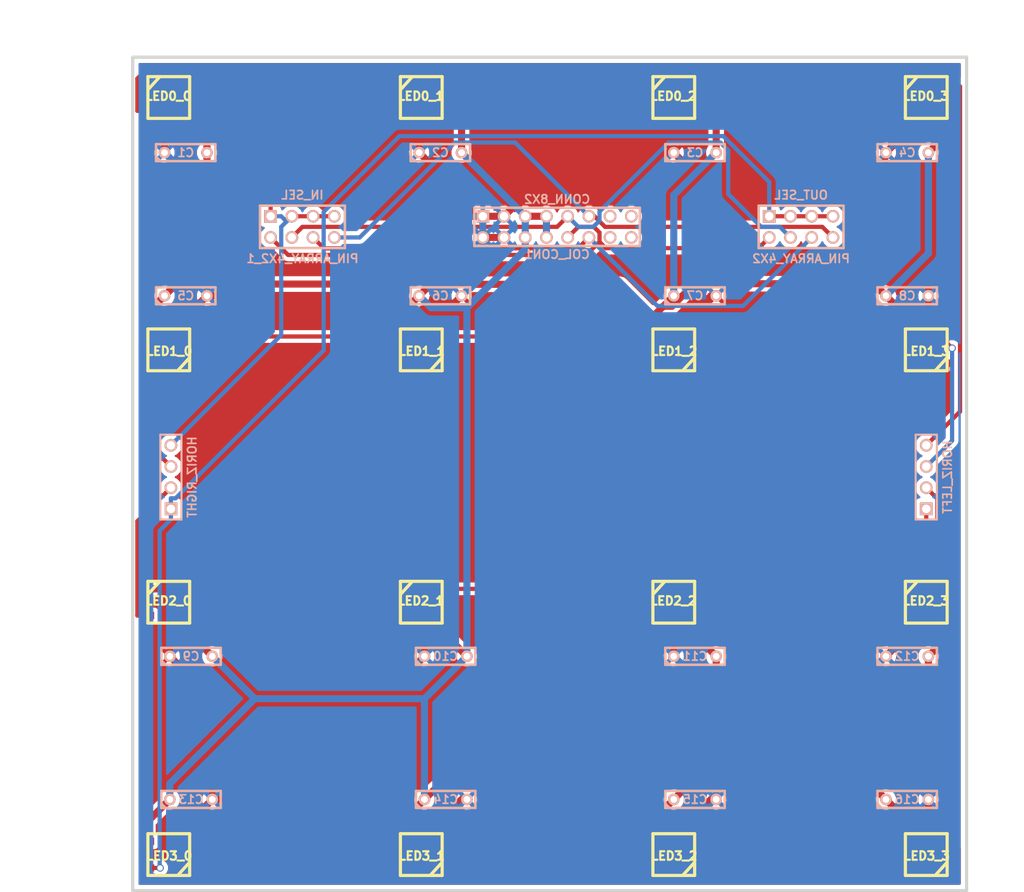
<source format=kicad_pcb>
(kicad_pcb (version 3) (host pcbnew "(2013-jul-07)-stable")
  (layers (15 Front signal) (0 Back signal) (18 B.Paste user) (19 F.Paste user) (20 B.SilkS user) (21 F.SilkS user) (22 B.Mask user) (23 F.Mask user) (28 Edge.Cuts user))
  (net 0 "")
  (net 1 N-000001)
  (net 2 N-000002)
  (net 3 N-000003)
  (net 4 N-000004)
  (net 5 N-000005)
  (net 6 N-000006)
  (net 7 N-000007)
  (net 8 N-000008)
  (net 9 N-000009)
  (net 10 N-000010)
  (net 11 N-000011)
  (net 12 N-000012)
  (net 13 N-000013)
  (net 14 N-000014)
  (net 15 N-000015)
  (net 16 N-000016)
  (net 17 N-000017)
  (net 18 N-000018)
  (net 19 N-000019)
  (net 20 N-000020)
  (net 21 N-000021)
  (net 22 N-000022)
  (net 23 N-000023)
  (net 24 N-000024)
  (net 25 N-000025)
  (net 26 N-000026)
  (module RGB_LED_PLCC6 (layer Front) (at 60.198 55.626 180)
    (fp_text reference LED0_0 (at 0.05334 0.16256 180) (layer F.SilkS) (effects (font (size 1.016 1.016) (thickness 0.254))))
    (fp_text value RGB_LED_AVAGO hide)
    (pad 1 smd rect (at -2.49936 -1.6002 270) (size 0.89916 1.50114) (layers Front F.Paste F.Mask) (net 1 N-000001))
    (pad 5 smd rect (at -2.49936 1.6002 270) (size 0.89916 1.50114) (layers Front F.Paste F.Mask) (net 8 N-000008))
    (pad 6 smd rect (at 2.49936 1.6002 270) (size 0.89916 1.50114) (layers Front F.Paste F.Mask) (net 2 N-000002))
    (pad 2 smd rect (at 2.49936 -1.6002 270) (size 0.89916 1.50114) (layers Front F.Paste F.Mask) (net 3 N-000003))
  )
  (module RGB_LED_PLCC6 (layer Front) (at 150.876 146.304)
    (fp_text reference LED3_3 (at 0.05334 0.16256) (layer F.SilkS) (effects (font (size 1.016 1.016) (thickness 0.254))))
    (fp_text value RGB_LED_AVAGO hide)
    (pad 1 smd rect (at -2.49936 -1.6002 90) (size 0.89916 1.50114) (layers Front F.Paste F.Mask) (net 1 N-000001))
    (pad 5 smd rect (at -2.49936 1.6002 90) (size 0.89916 1.50114) (layers Front F.Paste F.Mask) (net 23 N-000023))
    (pad 6 smd rect (at 2.49936 1.6002 90) (size 0.89916 1.50114) (layers Front F.Paste F.Mask) (net 2 N-000002))
    (pad 2 smd rect (at 2.49936 -1.6002 90) (size 0.89916 1.50114) (layers Front F.Paste F.Mask) (net 22 N-000022))
  )
  (module RGB_LED_PLCC6 (layer Front) (at 120.65 146.304)
    (fp_text reference LED3_2 (at 0.05334 0.16256) (layer F.SilkS) (effects (font (size 1.016 1.016) (thickness 0.254))))
    (fp_text value RGB_LED_AVAGO hide)
    (pad 1 smd rect (at -2.49936 -1.6002 90) (size 0.89916 1.50114) (layers Front F.Paste F.Mask) (net 1 N-000001))
    (pad 5 smd rect (at -2.49936 1.6002 90) (size 0.89916 1.50114) (layers Front F.Paste F.Mask) (net 24 N-000024))
    (pad 6 smd rect (at 2.49936 1.6002 90) (size 0.89916 1.50114) (layers Front F.Paste F.Mask) (net 2 N-000002))
    (pad 2 smd rect (at 2.49936 -1.6002 90) (size 0.89916 1.50114) (layers Front F.Paste F.Mask) (net 23 N-000023))
  )
  (module RGB_LED_PLCC6 (layer Front) (at 90.424 146.304)
    (fp_text reference LED3_1 (at 0.05334 0.16256) (layer F.SilkS) (effects (font (size 1.016 1.016) (thickness 0.254))))
    (fp_text value RGB_LED_AVAGO hide)
    (pad 1 smd rect (at -2.49936 -1.6002 90) (size 0.89916 1.50114) (layers Front F.Paste F.Mask) (net 1 N-000001))
    (pad 5 smd rect (at -2.49936 1.6002 90) (size 0.89916 1.50114) (layers Front F.Paste F.Mask) (net 25 N-000025))
    (pad 6 smd rect (at 2.49936 1.6002 90) (size 0.89916 1.50114) (layers Front F.Paste F.Mask) (net 2 N-000002))
    (pad 2 smd rect (at 2.49936 -1.6002 90) (size 0.89916 1.50114) (layers Front F.Paste F.Mask) (net 24 N-000024))
  )
  (module RGB_LED_PLCC6 (layer Front) (at 60.198 146.304)
    (fp_text reference LED3_0 (at 0.05334 0.16256) (layer F.SilkS) (effects (font (size 1.016 1.016) (thickness 0.254))))
    (fp_text value RGB_LED_AVAGO hide)
    (pad 1 smd rect (at -2.49936 -1.6002 90) (size 0.89916 1.50114) (layers Front F.Paste F.Mask) (net 1 N-000001))
    (pad 5 smd rect (at -2.49936 1.6002 90) (size 0.89916 1.50114) (layers Front F.Paste F.Mask) (net 26 N-000026))
    (pad 6 smd rect (at 2.49936 1.6002 90) (size 0.89916 1.50114) (layers Front F.Paste F.Mask) (net 2 N-000002))
    (pad 2 smd rect (at 2.49936 -1.6002 90) (size 0.89916 1.50114) (layers Front F.Paste F.Mask) (net 25 N-000025))
  )
  (module RGB_LED_PLCC6 (layer Front) (at 150.876 116.078 180)
    (fp_text reference LED2_3 (at 0.05334 0.16256 180) (layer F.SilkS) (effects (font (size 1.016 1.016) (thickness 0.254))))
    (fp_text value RGB_LED_AVAGO hide)
    (pad 1 smd rect (at -2.49936 -1.6002 270) (size 0.89916 1.50114) (layers Front F.Paste F.Mask) (net 1 N-000001))
    (pad 5 smd rect (at -2.49936 1.6002 270) (size 0.89916 1.50114) (layers Front F.Paste F.Mask) (net 21 N-000021))
    (pad 6 smd rect (at 2.49936 1.6002 270) (size 0.89916 1.50114) (layers Front F.Paste F.Mask) (net 2 N-000002))
    (pad 2 smd rect (at 2.49936 -1.6002 270) (size 0.89916 1.50114) (layers Front F.Paste F.Mask) (net 20 N-000020))
  )
  (module RGB_LED_PLCC6 (layer Front) (at 120.65 116.078 180)
    (fp_text reference LED2_2 (at 0.05334 0.16256 180) (layer F.SilkS) (effects (font (size 1.016 1.016) (thickness 0.254))))
    (fp_text value RGB_LED_AVAGO hide)
    (pad 1 smd rect (at -2.49936 -1.6002 270) (size 0.89916 1.50114) (layers Front F.Paste F.Mask) (net 1 N-000001))
    (pad 5 smd rect (at -2.49936 1.6002 270) (size 0.89916 1.50114) (layers Front F.Paste F.Mask) (net 20 N-000020))
    (pad 6 smd rect (at 2.49936 1.6002 270) (size 0.89916 1.50114) (layers Front F.Paste F.Mask) (net 2 N-000002))
    (pad 2 smd rect (at 2.49936 -1.6002 270) (size 0.89916 1.50114) (layers Front F.Paste F.Mask) (net 19 N-000019))
  )
  (module RGB_LED_PLCC6 (layer Front) (at 90.424 116.078 180)
    (fp_text reference LED2_1 (at 0.05334 0.16256 180) (layer F.SilkS) (effects (font (size 1.016 1.016) (thickness 0.254))))
    (fp_text value RGB_LED_AVAGO hide)
    (pad 1 smd rect (at -2.49936 -1.6002 270) (size 0.89916 1.50114) (layers Front F.Paste F.Mask) (net 1 N-000001))
    (pad 5 smd rect (at -2.49936 1.6002 270) (size 0.89916 1.50114) (layers Front F.Paste F.Mask) (net 19 N-000019))
    (pad 6 smd rect (at 2.49936 1.6002 270) (size 0.89916 1.50114) (layers Front F.Paste F.Mask) (net 2 N-000002))
    (pad 2 smd rect (at 2.49936 -1.6002 270) (size 0.89916 1.50114) (layers Front F.Paste F.Mask) (net 18 N-000018))
  )
  (module RGB_LED_PLCC6 (layer Front) (at 60.198 116.078 180)
    (fp_text reference LED2_0 (at 0.05334 0.16256 180) (layer F.SilkS) (effects (font (size 1.016 1.016) (thickness 0.254))))
    (fp_text value RGB_LED_AVAGO hide)
    (pad 1 smd rect (at -2.49936 -1.6002 270) (size 0.89916 1.50114) (layers Front F.Paste F.Mask) (net 1 N-000001))
    (pad 5 smd rect (at -2.49936 1.6002 270) (size 0.89916 1.50114) (layers Front F.Paste F.Mask) (net 18 N-000018))
    (pad 6 smd rect (at 2.49936 1.6002 270) (size 0.89916 1.50114) (layers Front F.Paste F.Mask) (net 2 N-000002))
    (pad 2 smd rect (at 2.49936 -1.6002 270) (size 0.89916 1.50114) (layers Front F.Paste F.Mask) (net 17 N-000017))
  )
  (module RGB_LED_PLCC6 (layer Front) (at 150.876 85.852)
    (fp_text reference LED1_3 (at 0.05334 0.16256) (layer F.SilkS) (effects (font (size 1.016 1.016) (thickness 0.254))))
    (fp_text value RGB_LED_AVAGO hide)
    (pad 1 smd rect (at -2.49936 -1.6002 90) (size 0.89916 1.50114) (layers Front F.Paste F.Mask) (net 1 N-000001))
    (pad 5 smd rect (at -2.49936 1.6002 90) (size 0.89916 1.50114) (layers Front F.Paste F.Mask) (net 13 N-000013))
    (pad 6 smd rect (at 2.49936 1.6002 90) (size 0.89916 1.50114) (layers Front F.Paste F.Mask) (net 2 N-000002))
    (pad 2 smd rect (at 2.49936 -1.6002 90) (size 0.89916 1.50114) (layers Front F.Paste F.Mask) (net 12 N-000012))
  )
  (module RGB_LED_PLCC6 (layer Front) (at 120.65 85.852)
    (fp_text reference LED1_2 (at 0.05334 0.16256) (layer F.SilkS) (effects (font (size 1.016 1.016) (thickness 0.254))))
    (fp_text value RGB_LED_AVAGO hide)
    (pad 1 smd rect (at -2.49936 -1.6002 90) (size 0.89916 1.50114) (layers Front F.Paste F.Mask) (net 1 N-000001))
    (pad 5 smd rect (at -2.49936 1.6002 90) (size 0.89916 1.50114) (layers Front F.Paste F.Mask) (net 14 N-000014))
    (pad 6 smd rect (at 2.49936 1.6002 90) (size 0.89916 1.50114) (layers Front F.Paste F.Mask) (net 2 N-000002))
    (pad 2 smd rect (at 2.49936 -1.6002 90) (size 0.89916 1.50114) (layers Front F.Paste F.Mask) (net 13 N-000013))
  )
  (module RGB_LED_PLCC6 (layer Front) (at 90.424 85.852)
    (fp_text reference LED1_1 (at 0.05334 0.16256) (layer F.SilkS) (effects (font (size 1.016 1.016) (thickness 0.254))))
    (fp_text value RGB_LED_AVAGO hide)
    (pad 1 smd rect (at -2.49936 -1.6002 90) (size 0.89916 1.50114) (layers Front F.Paste F.Mask) (net 1 N-000001))
    (pad 5 smd rect (at -2.49936 1.6002 90) (size 0.89916 1.50114) (layers Front F.Paste F.Mask) (net 15 N-000015))
    (pad 6 smd rect (at 2.49936 1.6002 90) (size 0.89916 1.50114) (layers Front F.Paste F.Mask) (net 2 N-000002))
    (pad 2 smd rect (at 2.49936 -1.6002 90) (size 0.89916 1.50114) (layers Front F.Paste F.Mask) (net 14 N-000014))
  )
  (module RGB_LED_PLCC6 (layer Front) (at 60.198 85.852)
    (fp_text reference LED1_0 (at 0.05334 0.16256) (layer F.SilkS) (effects (font (size 1.016 1.016) (thickness 0.254))))
    (fp_text value RGB_LED_AVAGO hide)
    (pad 1 smd rect (at -2.49936 -1.6002 90) (size 0.89916 1.50114) (layers Front F.Paste F.Mask) (net 1 N-000001))
    (pad 5 smd rect (at -2.49936 1.6002 90) (size 0.89916 1.50114) (layers Front F.Paste F.Mask) (net 16 N-000016))
    (pad 6 smd rect (at 2.49936 1.6002 90) (size 0.89916 1.50114) (layers Front F.Paste F.Mask) (net 2 N-000002))
    (pad 2 smd rect (at 2.49936 -1.6002 90) (size 0.89916 1.50114) (layers Front F.Paste F.Mask) (net 15 N-000015))
  )
  (module RGB_LED_PLCC6 (layer Front) (at 150.876 55.626 180)
    (fp_text reference LED0_3 (at 0.05334 0.16256 180) (layer F.SilkS) (effects (font (size 1.016 1.016) (thickness 0.254))))
    (fp_text value RGB_LED_AVAGO hide)
    (pad 1 smd rect (at -2.49936 -1.6002 270) (size 0.89916 1.50114) (layers Front F.Paste F.Mask) (net 1 N-000001))
    (pad 5 smd rect (at -2.49936 1.6002 270) (size 0.89916 1.50114) (layers Front F.Paste F.Mask) (net 11 N-000011))
    (pad 6 smd rect (at 2.49936 1.6002 270) (size 0.89916 1.50114) (layers Front F.Paste F.Mask) (net 2 N-000002))
    (pad 2 smd rect (at 2.49936 -1.6002 270) (size 0.89916 1.50114) (layers Front F.Paste F.Mask) (net 10 N-000010))
  )
  (module RGB_LED_PLCC6 (layer Front) (at 120.65 55.626 180)
    (fp_text reference LED0_2 (at 0.05334 0.16256 180) (layer F.SilkS) (effects (font (size 1.016 1.016) (thickness 0.254))))
    (fp_text value RGB_LED_AVAGO hide)
    (pad 1 smd rect (at -2.49936 -1.6002 270) (size 0.89916 1.50114) (layers Front F.Paste F.Mask) (net 1 N-000001))
    (pad 5 smd rect (at -2.49936 1.6002 270) (size 0.89916 1.50114) (layers Front F.Paste F.Mask) (net 10 N-000010))
    (pad 6 smd rect (at 2.49936 1.6002 270) (size 0.89916 1.50114) (layers Front F.Paste F.Mask) (net 2 N-000002))
    (pad 2 smd rect (at 2.49936 -1.6002 270) (size 0.89916 1.50114) (layers Front F.Paste F.Mask) (net 9 N-000009))
  )
  (module RGB_LED_PLCC6 (layer Front) (at 90.424 55.626 180)
    (fp_text reference LED0_1 (at 0.05334 0.16256 180) (layer F.SilkS) (effects (font (size 1.016 1.016) (thickness 0.254))))
    (fp_text value RGB_LED_AVAGO hide)
    (pad 1 smd rect (at -2.49936 -1.6002 270) (size 0.89916 1.50114) (layers Front F.Paste F.Mask) (net 1 N-000001))
    (pad 5 smd rect (at -2.49936 1.6002 270) (size 0.89916 1.50114) (layers Front F.Paste F.Mask) (net 9 N-000009))
    (pad 6 smd rect (at 2.49936 1.6002 270) (size 0.89916 1.50114) (layers Front F.Paste F.Mask) (net 2 N-000002))
    (pad 2 smd rect (at 2.49936 -1.6002 270) (size 0.89916 1.50114) (layers Front F.Paste F.Mask) (net 8 N-000008))
  )
  (module pin_array_8x2 (layer Back) (at 106.68 71.12)
    (fp_text reference COL_CON1 (at 0 3.302) (layer B.SilkS) (effects (font (size 1.016 1.016) (thickness 0.2032)) (justify mirror)))
    (fp_text value CONN_8X2 (at 0 -3.302) (layer B.SilkS) (effects (font (size 1.016 1.016) (thickness 0.2032)) (justify mirror)))
    (pad 1 thru_hole rect (at -8.89 -1.27) (size 1.524 1.524) (drill 1.016) (layers *.Cu *.Mask B.SilkS) (net 2 N-000002))
    (pad 2 thru_hole circle (at -8.89 1.27) (size 1.524 1.524) (drill 1.016) (layers *.Cu *.Mask B.SilkS) (net 2 N-000002))
    (pad 3 thru_hole circle (at -6.35 -1.27) (size 1.524 1.524) (drill 1.016) (layers *.Cu *.Mask B.SilkS) (net 2 N-000002))
    (pad 4 thru_hole circle (at -6.35 1.27) (size 1.524 1.524) (drill 1.016) (layers *.Cu *.Mask B.SilkS) (net 2 N-000002))
    (pad 5 thru_hole circle (at -3.81 -1.27) (size 1.524 1.524) (drill 1.016) (layers *.Cu *.Mask B.SilkS) (net 1 N-000001))
    (pad 6 thru_hole circle (at -3.81 1.27) (size 1.524 1.524) (drill 1.016) (layers *.Cu *.Mask B.SilkS) (net 1 N-000001))
    (pad 7 thru_hole circle (at -1.27 -1.27) (size 1.524 1.524) (drill 1.016) (layers *.Cu *.Mask B.SilkS) (net 1 N-000001))
    (pad 8 thru_hole circle (at -1.27 1.27) (size 1.524 1.524) (drill 1.016) (layers *.Cu *.Mask B.SilkS) (net 1 N-000001))
    (pad 9 thru_hole circle (at 1.27 -1.27) (size 1.524 1.524) (drill 1.016) (layers *.Cu *.Mask B.SilkS) (net 5 N-000005))
    (pad 10 thru_hole circle (at 1.27 1.27) (size 1.524 1.524) (drill 1.016) (layers *.Cu *.Mask B.SilkS) (net 4 N-000004))
    (pad 11 thru_hole circle (at 3.81 -1.27) (size 1.524 1.524) (drill 1.016) (layers *.Cu *.Mask B.SilkS) (net 7 N-000007))
    (pad 12 thru_hole circle (at 3.81 1.27) (size 1.524 1.524) (drill 1.016) (layers *.Cu *.Mask B.SilkS) (net 6 N-000006))
    (pad 13 thru_hole circle (at 6.35 -1.27) (size 1.524 1.524) (drill 1.016) (layers *.Cu *.Mask B.SilkS))
    (pad 14 thru_hole circle (at 6.35 1.27) (size 1.524 1.524) (drill 1.016) (layers *.Cu *.Mask B.SilkS))
    (pad 15 thru_hole circle (at 8.89 -1.27) (size 1.524 1.524) (drill 1.016) (layers *.Cu *.Mask B.SilkS))
    (pad 16 thru_hole circle (at 8.89 1.27) (size 1.524 1.524) (drill 1.016) (layers *.Cu *.Mask B.SilkS))
  )
  (module PIN_ARRAY_4x1 (layer Back) (at 60.452 101.092 90)
    (fp_text reference HORIZ_RIGHT (at 0 2.54 90) (layer B.SilkS) (effects (font (size 1.016 1.016) (thickness 0.2032)) (justify mirror)))
    (fp_text value CONN_4 hide)
    (pad 1 thru_hole rect (at -3.81 0 90) (size 1.524 1.524) (drill 1.016) (layers *.Cu *.Mask B.SilkS) (net 26 N-000026))
    (pad 2 thru_hole circle (at -1.27 0 90) (size 1.524 1.524) (drill 1.016) (layers *.Cu *.Mask B.SilkS) (net 17 N-000017))
    (pad 3 thru_hole circle (at 1.27 0 90) (size 1.524 1.524) (drill 1.016) (layers *.Cu *.Mask B.SilkS) (net 16 N-000016))
    (pad 4 thru_hole circle (at 3.81 0 90) (size 1.524 1.524) (drill 1.016) (layers *.Cu *.Mask B.SilkS) (net 3 N-000003))
  )
  (module PIN_ARRAY_4x1 (layer Back) (at 150.876 101.092 90)
    (fp_text reference HORIZ_LEFT (at 0 2.54 90) (layer B.SilkS) (effects (font (size 1.016 1.016) (thickness 0.2032)) (justify mirror)))
    (fp_text value CONN_4 hide)
    (pad 1 thru_hole rect (at -3.81 0 90) (size 1.524 1.524) (drill 1.016) (layers *.Cu *.Mask B.SilkS) (net 22 N-000022))
    (pad 2 thru_hole circle (at -1.27 0 90) (size 1.524 1.524) (drill 1.016) (layers *.Cu *.Mask B.SilkS) (net 21 N-000021))
    (pad 3 thru_hole circle (at 1.27 0 90) (size 1.524 1.524) (drill 1.016) (layers *.Cu *.Mask B.SilkS) (net 12 N-000012))
    (pad 4 thru_hole circle (at 3.81 0 90) (size 1.524 1.524) (drill 1.016) (layers *.Cu *.Mask B.SilkS) (net 11 N-000011))
  )
  (module pin_array_4x2 (layer Back) (at 135.89 71.12)
    (fp_text reference PIN_ARRAY_4X2 (at 0 3.81) (layer B.SilkS) (effects (font (size 1.016 1.016) (thickness 0.2032)) (justify mirror)))
    (fp_text value OUT_SEL (at 0 -3.81) (layer B.SilkS) (effects (font (size 1.016 1.016) (thickness 0.2032)) (justify mirror)))
    (pad 1 thru_hole rect (at -3.81 -1.27) (size 1.524 1.524) (drill 1.016) (layers *.Cu *.Mask B.SilkS) (net 26 N-000026))
    (pad 2 thru_hole circle (at -3.81 1.27) (size 1.524 1.524) (drill 1.016) (layers *.Cu *.Mask B.SilkS) (net 4 N-000004))
    (pad 3 thru_hole circle (at -1.27 -1.27) (size 1.524 1.524) (drill 1.016) (layers *.Cu *.Mask B.SilkS) (net 26 N-000026))
    (pad 4 thru_hole circle (at -1.27 1.27) (size 1.524 1.524) (drill 1.016) (layers *.Cu *.Mask B.SilkS) (net 5 N-000005))
    (pad 5 thru_hole circle (at 1.27 -1.27) (size 1.524 1.524) (drill 1.016) (layers *.Cu *.Mask B.SilkS) (net 26 N-000026))
    (pad 6 thru_hole circle (at 1.27 1.27) (size 1.524 1.524) (drill 1.016) (layers *.Cu *.Mask B.SilkS) (net 6 N-000006))
    (pad 7 thru_hole circle (at 3.81 -1.27) (size 1.524 1.524) (drill 1.016) (layers *.Cu *.Mask B.SilkS) (net 26 N-000026))
    (pad 8 thru_hole circle (at 3.81 1.27) (size 1.524 1.524) (drill 1.016) (layers *.Cu *.Mask B.SilkS) (net 7 N-000007))
  )
  (module pin_array_4x2 (layer Back) (at 76.2 71.12)
    (fp_text reference PIN_ARRAY_4X2_1 (at 0 3.81) (layer B.SilkS) (effects (font (size 1.016 1.016) (thickness 0.2032)) (justify mirror)))
    (fp_text value IN_SEL (at 0 -3.81) (layer B.SilkS) (effects (font (size 1.016 1.016) (thickness 0.2032)) (justify mirror)))
    (pad 1 thru_hole rect (at -3.81 -1.27) (size 1.524 1.524) (drill 1.016) (layers *.Cu *.Mask B.SilkS) (net 3 N-000003))
    (pad 2 thru_hole circle (at -3.81 1.27) (size 1.524 1.524) (drill 1.016) (layers *.Cu *.Mask B.SilkS) (net 4 N-000004))
    (pad 3 thru_hole circle (at -1.27 -1.27) (size 1.524 1.524) (drill 1.016) (layers *.Cu *.Mask B.SilkS) (net 3 N-000003))
    (pad 4 thru_hole circle (at -1.27 1.27) (size 1.524 1.524) (drill 1.016) (layers *.Cu *.Mask B.SilkS) (net 5 N-000005))
    (pad 5 thru_hole circle (at 1.27 -1.27) (size 1.524 1.524) (drill 1.016) (layers *.Cu *.Mask B.SilkS) (net 3 N-000003))
    (pad 6 thru_hole circle (at 1.27 1.27) (size 1.524 1.524) (drill 1.016) (layers *.Cu *.Mask B.SilkS) (net 6 N-000006))
    (pad 7 thru_hole circle (at 3.81 -1.27) (size 1.524 1.524) (drill 1.016) (layers *.Cu *.Mask B.SilkS) (net 3 N-000003))
    (pad 8 thru_hole circle (at 3.81 1.27) (size 1.524 1.524) (drill 1.016) (layers *.Cu *.Mask B.SilkS) (net 7 N-000007))
  )
  (module C2 (layer Back) (at 62.23 62.23)
    (fp_text reference C1 (at 0 0) (layer B.SilkS) (effects (font (size 1.016 1.016) (thickness 0.2032)) (justify mirror)))
    (fp_text value C104 hide)
    (pad 1 thru_hole circle (at -2.54 0) (size 1.397 1.397) (drill 0.8128) (layers *.Cu *.Mask B.SilkS) (net 2 N-000002))
    (pad 2 thru_hole circle (at 2.54 0) (size 1.397 1.397) (drill 0.8128) (layers *.Cu *.Mask B.SilkS) (net 1 N-000001))
  )
  (module C2 (layer Back) (at 62.23 79.375)
    (fp_text reference C5 (at 0 0) (layer B.SilkS) (effects (font (size 1.016 1.016) (thickness 0.2032)) (justify mirror)))
    (fp_text value C*** hide)
    (pad 1 thru_hole circle (at -2.54 0) (size 1.397 1.397) (drill 0.8128) (layers *.Cu *.Mask B.SilkS) (net 1 N-000001))
    (pad 2 thru_hole circle (at 2.54 0) (size 1.397 1.397) (drill 0.8128) (layers *.Cu *.Mask B.SilkS) (net 2 N-000002))
  )
  (module C2 (layer Back) (at 92.71 62.23)
    (fp_text reference C2 (at 0 0) (layer B.SilkS) (effects (font (size 1.016 1.016) (thickness 0.2032)) (justify mirror)))
    (fp_text value C*** hide)
    (pad 1 thru_hole circle (at -2.54 0) (size 1.397 1.397) (drill 0.8128) (layers *.Cu *.Mask B.SilkS) (net 2 N-000002))
    (pad 2 thru_hole circle (at 2.54 0) (size 1.397 1.397) (drill 0.8128) (layers *.Cu *.Mask B.SilkS) (net 1 N-000001))
  )
  (module C2 (layer Back) (at 92.71 79.375)
    (fp_text reference C6 (at 0 0) (layer B.SilkS) (effects (font (size 1.016 1.016) (thickness 0.2032)) (justify mirror)))
    (fp_text value C*** hide)
    (pad 1 thru_hole circle (at -2.54 0) (size 1.397 1.397) (drill 0.8128) (layers *.Cu *.Mask B.SilkS) (net 1 N-000001))
    (pad 2 thru_hole circle (at 2.54 0) (size 1.397 1.397) (drill 0.8128) (layers *.Cu *.Mask B.SilkS) (net 2 N-000002))
  )
  (module C2 (layer Back) (at 123.19 62.23)
    (fp_text reference C3 (at 0 0) (layer B.SilkS) (effects (font (size 1.016 1.016) (thickness 0.2032)) (justify mirror)))
    (fp_text value C*** hide)
    (pad 1 thru_hole circle (at -2.54 0) (size 1.397 1.397) (drill 0.8128) (layers *.Cu *.Mask B.SilkS) (net 2 N-000002))
    (pad 2 thru_hole circle (at 2.54 0) (size 1.397 1.397) (drill 0.8128) (layers *.Cu *.Mask B.SilkS) (net 1 N-000001))
  )
  (module C2 (layer Back) (at 123.19 79.375)
    (fp_text reference C7 (at 0 0) (layer B.SilkS) (effects (font (size 1.016 1.016) (thickness 0.2032)) (justify mirror)))
    (fp_text value C*** hide)
    (pad 1 thru_hole circle (at -2.54 0) (size 1.397 1.397) (drill 0.8128) (layers *.Cu *.Mask B.SilkS) (net 1 N-000001))
    (pad 2 thru_hole circle (at 2.54 0) (size 1.397 1.397) (drill 0.8128) (layers *.Cu *.Mask B.SilkS) (net 2 N-000002))
  )
  (module C2 (layer Back) (at 148.59 62.23)
    (fp_text reference C4 (at 0 0) (layer B.SilkS) (effects (font (size 1.016 1.016) (thickness 0.2032)) (justify mirror)))
    (fp_text value C*** hide)
    (pad 1 thru_hole circle (at -2.54 0) (size 1.397 1.397) (drill 0.8128) (layers *.Cu *.Mask B.SilkS) (net 2 N-000002))
    (pad 2 thru_hole circle (at 2.54 0) (size 1.397 1.397) (drill 0.8128) (layers *.Cu *.Mask B.SilkS) (net 1 N-000001))
  )
  (module C2 (layer Back) (at 148.59 79.375)
    (fp_text reference C8 (at 0 0) (layer B.SilkS) (effects (font (size 1.016 1.016) (thickness 0.2032)) (justify mirror)))
    (fp_text value C*** hide)
    (pad 1 thru_hole circle (at -2.54 0) (size 1.397 1.397) (drill 0.8128) (layers *.Cu *.Mask B.SilkS) (net 1 N-000001))
    (pad 2 thru_hole circle (at 2.54 0) (size 1.397 1.397) (drill 0.8128) (layers *.Cu *.Mask B.SilkS) (net 2 N-000002))
  )
  (module C2 (layer Back) (at 62.865 122.555)
    (fp_text reference C9 (at 0 0) (layer B.SilkS) (effects (font (size 1.016 1.016) (thickness 0.2032)) (justify mirror)))
    (fp_text value C*** hide)
    (pad 1 thru_hole circle (at -2.54 0) (size 1.397 1.397) (drill 0.8128) (layers *.Cu *.Mask B.SilkS) (net 2 N-000002))
    (pad 2 thru_hole circle (at 2.54 0) (size 1.397 1.397) (drill 0.8128) (layers *.Cu *.Mask B.SilkS) (net 1 N-000001))
  )
  (module C2 (layer Back) (at 62.865 139.7)
    (fp_text reference C13 (at 0 0) (layer B.SilkS) (effects (font (size 1.016 1.016) (thickness 0.2032)) (justify mirror)))
    (fp_text value C*** hide)
    (pad 1 thru_hole circle (at -2.54 0) (size 1.397 1.397) (drill 0.8128) (layers *.Cu *.Mask B.SilkS) (net 1 N-000001))
    (pad 2 thru_hole circle (at 2.54 0) (size 1.397 1.397) (drill 0.8128) (layers *.Cu *.Mask B.SilkS) (net 2 N-000002))
  )
  (module C2 (layer Back) (at 93.345 122.555)
    (fp_text reference C10 (at 0 0) (layer B.SilkS) (effects (font (size 1.016 1.016) (thickness 0.2032)) (justify mirror)))
    (fp_text value C*** hide)
    (pad 1 thru_hole circle (at -2.54 0) (size 1.397 1.397) (drill 0.8128) (layers *.Cu *.Mask B.SilkS) (net 2 N-000002))
    (pad 2 thru_hole circle (at 2.54 0) (size 1.397 1.397) (drill 0.8128) (layers *.Cu *.Mask B.SilkS) (net 1 N-000001))
  )
  (module C2 (layer Back) (at 93.345 139.7)
    (fp_text reference C14 (at 0 0) (layer B.SilkS) (effects (font (size 1.016 1.016) (thickness 0.2032)) (justify mirror)))
    (fp_text value C*** hide)
    (pad 1 thru_hole circle (at -2.54 0) (size 1.397 1.397) (drill 0.8128) (layers *.Cu *.Mask B.SilkS) (net 1 N-000001))
    (pad 2 thru_hole circle (at 2.54 0) (size 1.397 1.397) (drill 0.8128) (layers *.Cu *.Mask B.SilkS) (net 2 N-000002))
  )
  (module C2 (layer Back) (at 123.19 139.7)
    (fp_text reference C15 (at 0 0) (layer B.SilkS) (effects (font (size 1.016 1.016) (thickness 0.2032)) (justify mirror)))
    (fp_text value C*** hide)
    (pad 1 thru_hole circle (at -2.54 0) (size 1.397 1.397) (drill 0.8128) (layers *.Cu *.Mask B.SilkS) (net 1 N-000001))
    (pad 2 thru_hole circle (at 2.54 0) (size 1.397 1.397) (drill 0.8128) (layers *.Cu *.Mask B.SilkS) (net 2 N-000002))
  )
  (module C2 (layer Back) (at 123.19 122.555)
    (fp_text reference C11 (at 0 0) (layer B.SilkS) (effects (font (size 1.016 1.016) (thickness 0.2032)) (justify mirror)))
    (fp_text value C*** hide)
    (pad 1 thru_hole circle (at -2.54 0) (size 1.397 1.397) (drill 0.8128) (layers *.Cu *.Mask B.SilkS) (net 2 N-000002))
    (pad 2 thru_hole circle (at 2.54 0) (size 1.397 1.397) (drill 0.8128) (layers *.Cu *.Mask B.SilkS) (net 1 N-000001))
  )
  (module C2 (layer Back) (at 148.59 122.555)
    (fp_text reference C12 (at 0 0) (layer B.SilkS) (effects (font (size 1.016 1.016) (thickness 0.2032)) (justify mirror)))
    (fp_text value C*** hide)
    (pad 1 thru_hole circle (at -2.54 0) (size 1.397 1.397) (drill 0.8128) (layers *.Cu *.Mask B.SilkS) (net 2 N-000002))
    (pad 2 thru_hole circle (at 2.54 0) (size 1.397 1.397) (drill 0.8128) (layers *.Cu *.Mask B.SilkS) (net 1 N-000001))
  )
  (module C2 (layer Back) (at 148.59 139.7)
    (fp_text reference C16 (at 0 0) (layer B.SilkS) (effects (font (size 1.016 1.016) (thickness 0.2032)) (justify mirror)))
    (fp_text value C*** hide)
    (pad 1 thru_hole circle (at -2.54 0) (size 1.397 1.397) (drill 0.8128) (layers *.Cu *.Mask B.SilkS) (net 1 N-000001))
    (pad 2 thru_hole circle (at 2.54 0) (size 1.397 1.397) (drill 0.8128) (layers *.Cu *.Mask B.SilkS) (net 2 N-000002))
  )
  (gr_line (start 55.88 150.622) (end 55.88 50.8) (angle 90) (layer Edge.Cuts) (width 0.381))
  (gr_line (start 155.702 150.622) (end 55.88 150.622) (angle 90) (layer Edge.Cuts) (width 0.381))
  (gr_line (start 155.702 50.8) (end 155.702 150.622) (angle 90) (layer Edge.Cuts) (width 0.381))
  (gr_line (start 55.88 50.8) (end 155.702 50.8) (angle 90) (layer Edge.Cuts) (width 0.381))
  (segment (start 57.6986 81.3664) (end 59.69 79.375) (width 0.85) (layer Front) (net 1))
  (segment (start 57.6986 84.2518) (end 57.6986 81.3664) (width 0.85) (layer Front) (net 1))
  (segment (start 123.149 57.2262) (end 123.1494 57.2262) (width 0.85) (layer Front) (net 1))
  (segment (start 125.73 58.42) (end 125.73 62.23) (width 0.85) (layer Front) (net 1))
  (segment (start 124.536 57.2262) (end 125.73 58.42) (width 0.85) (layer Front) (net 1))
  (segment (start 123.1494 57.2262) (end 124.536 57.2262) (width 0.85) (layer Front) (net 1))
  (segment (start 62.6974 117.678) (end 62.6974 117.6782) (width 0.85) (layer Front) (net 1))
  (segment (start 62.6974 119.847) (end 65.405 122.555) (width 0.85) (layer Front) (net 1))
  (segment (start 62.6974 117.6782) (end 62.6974 119.847) (width 0.85) (layer Front) (net 1))
  (segment (start 92.9234 117.678) (end 92.9234 117.6782) (width 0.85) (layer Front) (net 1))
  (segment (start 92.9234 119.593) (end 95.885 122.555) (width 0.85) (layer Front) (net 1))
  (segment (start 92.9234 117.6782) (end 92.9234 119.593) (width 0.85) (layer Front) (net 1))
  (segment (start 57.6986 144.704) (end 57.6986 144.7038) (width 0.85) (layer Front) (net 1))
  (segment (start 57.6986 142.326) (end 60.325 139.7) (width 0.85) (layer Front) (net 1))
  (segment (start 57.6986 144.7038) (end 57.6986 142.326) (width 0.85) (layer Front) (net 1))
  (segment (start 87.9246 144.704) (end 87.9246 144.7038) (width 0.85) (layer Front) (net 1))
  (segment (start 87.9246 142.58) (end 90.805 139.7) (width 0.85) (layer Front) (net 1))
  (segment (start 87.9246 144.7038) (end 87.9246 142.58) (width 0.85) (layer Front) (net 1))
  (segment (start 120.65 67.31) (end 120.65 79.375) (width 0.85) (layer Back) (net 1))
  (segment (start 125.73 62.23) (end 120.65 67.31) (width 0.85) (layer Back) (net 1))
  (segment (start 64.77 57.785) (end 64.77 62.23) (width 0.85) (layer Front) (net 1))
  (segment (start 64.2112 57.2262) (end 64.77 57.785) (width 0.85) (layer Front) (net 1))
  (segment (start 62.6974 57.2262) (end 64.2112 57.2262) (width 0.85) (layer Front) (net 1))
  (segment (start 95.25 58.42) (end 95.25 62.23) (width 0.85) (layer Front) (net 1))
  (segment (start 94.0562 57.2262) (end 95.25 58.42) (width 0.85) (layer Front) (net 1))
  (segment (start 92.9234 57.2262) (end 94.0562 57.2262) (width 0.85) (layer Front) (net 1))
  (segment (start 153.375 59.9846) (end 151.13 62.23) (width 0.85) (layer Front) (net 1))
  (segment (start 153.375 57.2262) (end 153.375 59.9846) (width 0.85) (layer Front) (net 1))
  (segment (start 87.9246 84.2518) (end 87.9246 81.6204) (width 0.85) (layer Front) (net 1))
  (segment (start 153.3754 57.2262) (end 153.375 57.2262) (width 0.85) (layer Front) (net 1))
  (segment (start 64.77 62.23) (end 64.77 77.9718) (width 0.85) (layer Front) (net 1))
  (segment (start 61.0932 77.9718) (end 64.77 77.9718) (width 0.85) (layer Front) (net 1))
  (segment (start 59.69 79.375) (end 61.0932 77.9718) (width 0.85) (layer Front) (net 1))
  (segment (start 84.276 77.9718) (end 87.9246 81.6204) (width 0.85) (layer Front) (net 1))
  (segment (start 64.77 77.9718) (end 84.276 77.9718) (width 0.85) (layer Front) (net 1))
  (segment (start 118.151 84.2518) (end 118.151 83.0631) (width 0.85) (layer Front) (net 1))
  (segment (start 118.1506 83.0635) (end 118.1506 84.2518) (width 0.85) (layer Front) (net 1))
  (segment (start 118.151 83.0631) (end 118.1506 83.0635) (width 0.85) (layer Front) (net 1))
  (segment (start 148.377 81.7016) (end 146.05 79.375) (width 0.85) (layer Front) (net 1))
  (segment (start 148.377 84.2518) (end 148.377 81.7016) (width 0.85) (layer Front) (net 1))
  (segment (start 123.149 117.678) (end 123.149 118.826) (width 0.85) (layer Front) (net 1))
  (segment (start 123.149 119.974) (end 125.73 122.555) (width 0.85) (layer Front) (net 1))
  (segment (start 123.149 118.826) (end 123.149 119.974) (width 0.85) (layer Front) (net 1))
  (segment (start 123.1494 118.8256) (end 123.1494 117.6782) (width 0.85) (layer Front) (net 1))
  (segment (start 123.149 118.826) (end 123.1494 118.8256) (width 0.85) (layer Front) (net 1))
  (segment (start 148.3766 84.2518) (end 148.377 84.2518) (width 0.85) (layer Front) (net 1))
  (segment (start 148.377 144.704) (end 148.377 143.3655) (width 0.85) (layer Front) (net 1))
  (segment (start 148.377 142.027) (end 146.05 139.7) (width 0.85) (layer Front) (net 1))
  (segment (start 148.377 143.3655) (end 148.377 142.027) (width 0.85) (layer Front) (net 1))
  (segment (start 149.8065 143.9512) (end 149.8065 144.7038) (width 0.85) (layer Front) (net 1))
  (segment (start 149.2208 143.3655) (end 149.8065 143.9512) (width 0.85) (layer Front) (net 1))
  (segment (start 148.377 143.3655) (end 149.2208 143.3655) (width 0.85) (layer Front) (net 1))
  (segment (start 148.3766 144.7038) (end 149.8065 144.7038) (width 0.85) (layer Front) (net 1))
  (segment (start 105.41 72.39) (end 105.41 69.85) (width 0.85) (layer Back) (net 1))
  (segment (start 105.41 69.85) (end 102.87 69.85) (width 0.85) (layer Front) (net 1))
  (segment (start 102.87 72.39) (end 102.87 69.85) (width 0.85) (layer Back) (net 1))
  (segment (start 119.4005 80.6247) (end 120.65 79.375) (width 0.85) (layer Front) (net 1))
  (segment (start 118.151 142.199) (end 120.65 139.7) (width 0.85) (layer Front) (net 1))
  (segment (start 118.151 142.8252) (end 118.151 142.199) (width 0.85) (layer Front) (net 1))
  (segment (start 92.2336 138.2714) (end 90.805 139.7) (width 0.85) (layer Front) (net 1))
  (segment (start 113.5972 138.2714) (end 92.2336 138.2714) (width 0.85) (layer Front) (net 1))
  (segment (start 118.151 142.8252) (end 113.5972 138.2714) (width 0.85) (layer Front) (net 1))
  (segment (start 87.9246 81.6204) (end 90.17 79.375) (width 0.85) (layer Front) (net 1))
  (segment (start 114.2737 77.9971) (end 118.151 81.8744) (width 0.85) (layer Front) (net 1))
  (segment (start 91.5479 77.9971) (end 114.2737 77.9971) (width 0.85) (layer Front) (net 1))
  (segment (start 90.17 79.375) (end 91.5479 77.9971) (width 0.85) (layer Front) (net 1))
  (segment (start 118.151 83.0631) (end 118.151 81.8744) (width 0.85) (layer Front) (net 1))
  (segment (start 118.151 81.8744) (end 119.4005 80.6247) (width 0.85) (layer Front) (net 1))
  (segment (start 125.73 138.2905) (end 125.73 122.555) (width 0.85) (layer Front) (net 1))
  (segment (start 122.0595 138.2905) (end 125.73 138.2905) (width 0.85) (layer Front) (net 1))
  (segment (start 120.65 139.7) (end 122.0595 138.2905) (width 0.85) (layer Front) (net 1))
  (segment (start 125.73 138.2905) (end 144.6405 138.2905) (width 0.85) (layer Front) (net 1))
  (segment (start 144.6405 138.2905) (end 146.05 139.7) (width 0.85) (layer Front) (net 1))
  (segment (start 151.13 131.801) (end 151.13 122.555) (width 0.85) (layer Front) (net 1))
  (segment (start 144.6405 138.2905) (end 151.13 131.801) (width 0.85) (layer Front) (net 1))
  (segment (start 120.4304 80.6247) (end 119.4005 80.6247) (width 0.85) (layer Front) (net 1))
  (segment (start 123.1222 77.9329) (end 120.4304 80.6247) (width 0.85) (layer Front) (net 1))
  (segment (start 144.6079 77.9329) (end 123.1222 77.9329) (width 0.85) (layer Front) (net 1))
  (segment (start 146.05 79.375) (end 144.6079 77.9329) (width 0.85) (layer Front) (net 1))
  (segment (start 153.375 117.678) (end 153.375 118.994) (width 0.85) (layer Front) (net 1))
  (segment (start 153.375 120.31) (end 151.13 122.555) (width 0.85) (layer Front) (net 1))
  (segment (start 153.375 118.994) (end 153.375 120.31) (width 0.85) (layer Front) (net 1))
  (segment (start 151.9455 118.4182) (end 151.9455 117.6782) (width 0.85) (layer Front) (net 1))
  (segment (start 152.5213 118.994) (end 151.9455 118.4182) (width 0.85) (layer Front) (net 1))
  (segment (start 153.375 118.994) (end 152.5213 118.994) (width 0.85) (layer Front) (net 1))
  (segment (start 153.3754 117.6782) (end 151.9455 117.6782) (width 0.85) (layer Front) (net 1))
  (segment (start 90.805 139.7) (end 90.805 127.635) (width 0.85) (layer Back) (net 1))
  (segment (start 90.805 127.635) (end 95.885 122.555) (width 0.85) (layer Back) (net 1))
  (segment (start 60.325 137.795) (end 70.485 127.635) (width 0.85) (layer Back) (net 1))
  (segment (start 60.325 139.7) (end 60.325 137.795) (width 0.85) (layer Back) (net 1))
  (segment (start 90.805 127.635) (end 70.485 127.635) (width 0.85) (layer Back) (net 1))
  (segment (start 70.485 127.635) (end 65.405 122.555) (width 0.85) (layer Back) (net 1))
  (segment (start 95.885 122.555) (end 95.885 80.8105) (width 0.85) (layer Back) (net 1))
  (segment (start 91.6055 80.8105) (end 95.885 80.8105) (width 0.85) (layer Back) (net 1))
  (segment (start 90.17 79.375) (end 91.6055 80.8105) (width 0.85) (layer Back) (net 1))
  (segment (start 102.87 73.8255) (end 102.87 72.39) (width 0.85) (layer Back) (net 1))
  (segment (start 95.885 80.8105) (end 102.87 73.8255) (width 0.85) (layer Back) (net 1))
  (segment (start 95.25 62.23) (end 102.87 69.85) (width 0.85) (layer Back) (net 1))
  (segment (start 118.151 144.704) (end 118.151 143.7646) (width 0.85) (layer Front) (net 1))
  (segment (start 118.151 143.7646) (end 118.151 142.8252) (width 0.85) (layer Front) (net 1))
  (segment (start 118.1506 143.765) (end 118.1506 144.7038) (width 0.85) (layer Front) (net 1))
  (segment (start 118.151 143.7646) (end 118.1506 143.765) (width 0.85) (layer Front) (net 1))
  (segment (start 151.13 74.295) (end 151.13 62.23) (width 0.85) (layer Back) (net 1))
  (segment (start 146.05 79.375) (end 151.13 74.295) (width 0.85) (layer Back) (net 1))
  (segment (start 59.69 54.61) (end 59.69 62.23) (width 0.85) (layer Front) (net 2))
  (segment (start 59.1058 54.0258) (end 59.69 54.61) (width 0.85) (layer Front) (net 2))
  (segment (start 57.6986 54.0258) (end 59.1058 54.0258) (width 0.85) (layer Front) (net 2))
  (segment (start 64.77 67.31) (end 64.77 79.375) (width 0.85) (layer Back) (net 2))
  (segment (start 59.69 62.23) (end 64.77 67.31) (width 0.85) (layer Back) (net 2))
  (segment (start 90.17 55.3466) (end 90.17 62.23) (width 0.85) (layer Front) (net 2))
  (segment (start 88.8492 54.0258) (end 90.17 55.3466) (width 0.85) (layer Front) (net 2))
  (segment (start 87.9246 54.0258) (end 88.8492 54.0258) (width 0.85) (layer Front) (net 2))
  (segment (start 118.151 54.0258) (end 118.1506 54.0258) (width 0.85) (layer Front) (net 2))
  (segment (start 150.495 57.785) (end 146.05 62.23) (width 0.85) (layer Front) (net 2))
  (segment (start 150.495 55.245) (end 150.495 57.785) (width 0.85) (layer Front) (net 2))
  (segment (start 149.276 54.0258) (end 150.495 55.245) (width 0.85) (layer Front) (net 2))
  (segment (start 148.377 54.0258) (end 149.276 54.0258) (width 0.85) (layer Front) (net 2))
  (segment (start 148.377 54.0258) (end 148.3766 54.0258) (width 0.85) (layer Front) (net 2))
  (segment (start 60.325 83.82) (end 64.77 79.375) (width 0.85) (layer Front) (net 2))
  (segment (start 60.325 87.2744) (end 60.325 83.82) (width 0.85) (layer Front) (net 2))
  (segment (start 60.5028 87.4522) (end 60.325 87.2744) (width 0.85) (layer Front) (net 2))
  (segment (start 62.6974 87.4522) (end 60.5028 87.4522) (width 0.85) (layer Front) (net 2))
  (segment (start 123.149 87.4522) (end 123.1494 87.4522) (width 0.85) (layer Front) (net 2))
  (segment (start 153.375 87.4522) (end 153.3754 87.4522) (width 0.85) (layer Front) (net 2))
  (segment (start 57.6986 114.478) (end 57.6988 114.478) (width 0.85) (layer Front) (net 2))
  (segment (start 57.6988 114.478) (end 57.6986 114.4778) (width 0.85) (layer Front) (net 2))
  (segment (start 87.9246 114.478) (end 87.9248 114.478) (width 0.85) (layer Front) (net 2))
  (segment (start 87.9248 114.478) (end 87.9246 114.4778) (width 0.85) (layer Front) (net 2))
  (segment (start 148.3768 114.478) (end 148.3766 114.4778) (width 0.85) (layer Front) (net 2))
  (segment (start 148.377 114.478) (end 148.3768 114.478) (width 0.85) (layer Front) (net 2))
  (segment (start 62.6974 147.904) (end 62.6972 147.904) (width 0.85) (layer Front) (net 2))
  (segment (start 62.6972 147.904) (end 62.6974 147.9042) (width 0.85) (layer Front) (net 2))
  (segment (start 92.9234 147.904) (end 92.9232 147.904) (width 0.85) (layer Front) (net 2))
  (segment (start 92.9232 147.904) (end 92.9234 147.9042) (width 0.85) (layer Front) (net 2))
  (segment (start 123.1492 147.904) (end 123.1494 147.9042) (width 0.85) (layer Front) (net 2))
  (segment (start 123.149 147.904) (end 123.1492 147.904) (width 0.85) (layer Front) (net 2))
  (segment (start 151.13 147.32) (end 151.13 139.7) (width 0.85) (layer Front) (net 2))
  (segment (start 151.714 147.904) (end 151.13 147.32) (width 0.85) (layer Front) (net 2))
  (segment (start 153.375 147.904) (end 151.714 147.904) (width 0.85) (layer Front) (net 2))
  (segment (start 153.3752 147.904) (end 153.3754 147.9042) (width 0.85) (layer Front) (net 2))
  (segment (start 153.375 147.904) (end 153.3752 147.904) (width 0.85) (layer Front) (net 2))
  (segment (start 97.79 76.835) (end 97.79 72.39) (width 0.85) (layer Back) (net 2))
  (segment (start 95.25 79.375) (end 97.79 76.835) (width 0.85) (layer Back) (net 2))
  (segment (start 97.79 72.39) (end 97.79 69.85) (width 0.85) (layer Back) (net 2))
  (segment (start 60.96 144.145) (end 65.405 139.7) (width 0.85) (layer Front) (net 2))
  (segment (start 60.96 147.32) (end 60.96 144.145) (width 0.85) (layer Front) (net 2))
  (segment (start 61.5442 147.904) (end 60.96 147.32) (width 0.85) (layer Front) (net 2))
  (segment (start 62.6972 147.904) (end 61.5442 147.904) (width 0.85) (layer Front) (net 2))
  (segment (start 125.095 139.7) (end 125.73 139.7) (width 0.85) (layer Front) (net 2))
  (segment (start 120.65 144.145) (end 125.095 139.7) (width 0.85) (layer Front) (net 2))
  (segment (start 120.65 146.685) (end 120.65 144.145) (width 0.85) (layer Front) (net 2))
  (segment (start 121.869 147.904) (end 120.65 146.685) (width 0.85) (layer Front) (net 2))
  (segment (start 123.149 147.904) (end 121.869 147.904) (width 0.85) (layer Front) (net 2))
  (segment (start 150.495 118.11) (end 146.05 122.555) (width 0.85) (layer Front) (net 2))
  (segment (start 150.495 115.57) (end 150.495 118.11) (width 0.85) (layer Front) (net 2))
  (segment (start 149.403 114.478) (end 150.495 115.57) (width 0.85) (layer Front) (net 2))
  (segment (start 148.377 114.478) (end 149.403 114.478) (width 0.85) (layer Front) (net 2))
  (segment (start 90.805 147.32) (end 90.805 146.3002) (width 0.85) (layer Front) (net 2))
  (segment (start 91.3892 147.904) (end 90.805 147.32) (width 0.85) (layer Front) (net 2))
  (segment (start 92.9232 147.904) (end 91.3892 147.904) (width 0.85) (layer Front) (net 2))
  (segment (start 95.25 139.7) (end 95.885 139.7) (width 0.85) (layer Front) (net 2))
  (segment (start 90.805 144.145) (end 95.25 139.7) (width 0.85) (layer Front) (net 2))
  (segment (start 90.805 146.3002) (end 90.805 144.145) (width 0.85) (layer Front) (net 2))
  (segment (start 120.65 55.245) (end 120.65 62.23) (width 0.85) (layer Front) (net 2))
  (segment (start 119.431 54.0258) (end 120.65 55.245) (width 0.85) (layer Front) (net 2))
  (segment (start 118.151 54.0258) (end 119.431 54.0258) (width 0.85) (layer Front) (net 2))
  (segment (start 65.405 127.635) (end 60.325 122.555) (width 0.85) (layer Front) (net 2))
  (segment (start 65.405 139.7) (end 65.405 127.635) (width 0.85) (layer Front) (net 2))
  (segment (start 60.325 115.57) (end 60.325 122.555) (width 0.85) (layer Front) (net 2))
  (segment (start 59.2328 114.478) (end 60.325 115.57) (width 0.85) (layer Front) (net 2))
  (segment (start 57.6988 114.478) (end 59.2328 114.478) (width 0.85) (layer Front) (net 2))
  (segment (start 96.3487 68.4087) (end 90.17 62.23) (width 0.85) (layer Front) (net 2))
  (segment (start 96.3487 69.85) (end 96.3487 68.4087) (width 0.85) (layer Front) (net 2))
  (segment (start 97.79 69.85) (end 96.3487 69.85) (width 0.85) (layer Front) (net 2))
  (segment (start 120.65 116.205) (end 120.65 122.555) (width 0.85) (layer Front) (net 2))
  (segment (start 118.923 114.478) (end 120.65 116.205) (width 0.85) (layer Front) (net 2))
  (segment (start 118.151 114.478) (end 118.923 114.478) (width 0.85) (layer Front) (net 2))
  (segment (start 118.1508 114.478) (end 118.1506 114.4778) (width 0.85) (layer Front) (net 2))
  (segment (start 118.151 114.478) (end 118.1508 114.478) (width 0.85) (layer Front) (net 2))
  (segment (start 120.65 122.555) (end 125.73 127.635) (width 0.85) (layer Back) (net 2))
  (segment (start 125.73 127.635) (end 125.73 139.7) (width 0.85) (layer Back) (net 2))
  (segment (start 125.73 127.635) (end 140.97 127.635) (width 0.85) (layer Back) (net 2))
  (segment (start 140.97 127.635) (end 146.05 122.555) (width 0.85) (layer Back) (net 2))
  (segment (start 151.13 137.795) (end 151.13 139.7) (width 0.85) (layer Back) (net 2))
  (segment (start 140.97 127.635) (end 151.13 137.795) (width 0.85) (layer Back) (net 2))
  (segment (start 86.4665 139.7) (end 65.405 139.7) (width 0.85) (layer Front) (net 2))
  (segment (start 86.4665 145.4868) (end 86.4665 139.7) (width 0.85) (layer Front) (net 2))
  (segment (start 87.2799 146.3002) (end 86.4665 145.4868) (width 0.85) (layer Front) (net 2))
  (segment (start 90.805 146.3002) (end 87.2799 146.3002) (width 0.85) (layer Front) (net 2))
  (segment (start 86.4665 126.8935) (end 90.805 122.555) (width 0.85) (layer Front) (net 2))
  (segment (start 86.4665 139.7) (end 86.4665 126.8935) (width 0.85) (layer Front) (net 2))
  (segment (start 92.9234 87.4522) (end 92.0928 87.4522) (width 0.85) (layer Front) (net 2))
  (segment (start 87.9248 114.478) (end 89.7128 114.478) (width 0.85) (layer Front) (net 2))
  (segment (start 90.805 115.57) (end 90.805 122.555) (width 0.85) (layer Front) (net 2))
  (segment (start 89.7128 114.478) (end 90.805 115.57) (width 0.85) (layer Front) (net 2))
  (segment (start 90.805 86.995) (end 90.805 85.852) (width 0.85) (layer Front) (net 2))
  (segment (start 91.2622 87.4522) (end 90.805 86.995) (width 0.85) (layer Front) (net 2))
  (segment (start 92.0928 87.4522) (end 91.2622 87.4522) (width 0.85) (layer Front) (net 2))
  (segment (start 90.805 83.82) (end 95.25 79.375) (width 0.85) (layer Front) (net 2))
  (segment (start 90.805 85.852) (end 90.805 83.82) (width 0.85) (layer Front) (net 2))
  (segment (start 80.8389 79.375) (end 64.77 79.375) (width 0.85) (layer Front) (net 2))
  (segment (start 87.3159 85.852) (end 80.8389 79.375) (width 0.85) (layer Front) (net 2))
  (segment (start 90.805 85.852) (end 87.3159 85.852) (width 0.85) (layer Front) (net 2))
  (segment (start 118.1506 114.4778) (end 116.7207 114.4778) (width 0.85) (layer Front) (net 2))
  (segment (start 92.0928 87.4522) (end 92.0928 112.098) (width 0.85) (layer Front) (net 2))
  (segment (start 92.0928 112.098) (end 89.7128 114.478) (width 0.85) (layer Front) (net 2))
  (segment (start 92.0928 112.098) (end 114.3409 112.098) (width 0.85) (layer Front) (net 2))
  (segment (start 114.3409 112.098) (end 116.7207 114.4778) (width 0.85) (layer Front) (net 2))
  (segment (start 121.742 104.6969) (end 121.742 87.4522) (width 0.85) (layer Front) (net 2))
  (segment (start 114.3409 112.098) (end 121.742 104.6969) (width 0.85) (layer Front) (net 2))
  (segment (start 123.149 87.4522) (end 121.742 87.4522) (width 0.85) (layer Front) (net 2))
  (segment (start 125.095 79.375) (end 125.73 79.375) (width 0.85) (layer Front) (net 2))
  (segment (start 120.65 83.82) (end 125.095 79.375) (width 0.85) (layer Front) (net 2))
  (segment (start 120.65 86.36) (end 120.65 83.82) (width 0.85) (layer Front) (net 2))
  (segment (start 121.742 87.4522) (end 120.65 86.36) (width 0.85) (layer Front) (net 2))
  (segment (start 151.13 86.995) (end 151.13 79.375) (width 0.85) (layer Front) (net 2))
  (segment (start 151.587 87.4522) (end 151.13 86.995) (width 0.85) (layer Front) (net 2))
  (segment (start 153.375 87.4522) (end 151.587 87.4522) (width 0.85) (layer Front) (net 2))
  (segment (start 97.79 69.85) (end 99.2313 69.85) (width 0.85) (layer Front) (net 2))
  (segment (start 97.79 72.39) (end 100.33 72.39) (width 0.85) (layer Front) (net 2))
  (segment (start 122.0539 63.6339) (end 120.65 62.23) (width 0.85) (layer Front) (net 2))
  (segment (start 145.9129 63.6339) (end 122.0539 63.6339) (width 0.85) (layer Front) (net 2))
  (segment (start 145.9129 62.3671) (end 146.05 62.23) (width 0.85) (layer Front) (net 2))
  (segment (start 145.9129 63.6339) (end 145.9129 62.3671) (width 0.85) (layer Front) (net 2))
  (segment (start 151.13 68.851) (end 145.9129 63.6339) (width 0.85) (layer Front) (net 2))
  (segment (start 151.13 79.375) (end 151.13 68.851) (width 0.85) (layer Front) (net 2))
  (segment (start 100.33 69.85) (end 99.2313 69.85) (width 0.85) (layer Front) (net 2))
  (segment (start 107.95 62.23) (end 120.65 62.23) (width 0.85) (layer Front) (net 2))
  (segment (start 100.33 69.85) (end 107.95 62.23) (width 0.85) (layer Front) (net 2))
  (segment (start 80.01 69.85) (end 77.47 69.85) (width 0.5064) (layer Front) (net 3))
  (segment (start 77.47 69.85) (end 74.93 69.85) (width 0.5064) (layer Front) (net 3))
  (segment (start 56.4405 53.3561) (end 56.4405 57.2262) (width 0.5064) (layer Front) (net 3))
  (segment (start 56.728 53.0686) (end 56.4405 53.3561) (width 0.5064) (layer Front) (net 3))
  (segment (start 59.8195 53.0686) (end 56.728 53.0686) (width 0.5064) (layer Front) (net 3))
  (segment (start 63.0199 56.269) (end 59.8195 53.0686) (width 0.5064) (layer Front) (net 3))
  (segment (start 64.6294 56.269) (end 63.0199 56.269) (width 0.5064) (layer Front) (net 3))
  (segment (start 72.39 64.0296) (end 64.6294 56.269) (width 0.5064) (layer Front) (net 3))
  (segment (start 72.39 69.85) (end 72.39 64.0296) (width 0.5064) (layer Front) (net 3))
  (segment (start 57.6986 57.2262) (end 56.4405 57.2262) (width 0.5064) (layer Front) (net 3))
  (segment (start 72.39 69.85) (end 73.6595 69.85) (width 0.5064) (layer Back) (net 3))
  (segment (start 73.66 84.074) (end 60.452 97.282) (width 0.5064) (layer Back) (net 3))
  (segment (start 73.66 71.1195) (end 73.66 84.074) (width 0.5064) (layer Back) (net 3))
  (segment (start 74.2945 70.485) (end 73.66 71.1195) (width 0.5064) (layer Back) (net 3))
  (segment (start 74.295 70.485) (end 74.2945 70.485) (width 0.5064) (layer Back) (net 3))
  (segment (start 74.93 69.85) (end 74.295 70.485) (width 0.5064) (layer Back) (net 3))
  (segment (start 74.2945 70.485) (end 73.6595 69.85) (width 0.5064) (layer Back) (net 3))
  (segment (start 74.4827 74.4827) (end 72.39 72.39) (width 0.5064) (layer Front) (net 4))
  (segment (start 110.1957 74.4827) (end 74.4827 74.4827) (width 0.5064) (layer Front) (net 4))
  (segment (start 111.7596 72.9188) (end 110.1957 74.4827) (width 0.5064) (layer Front) (net 4))
  (segment (start 112.5095 73.6687) (end 111.7596 72.9188) (width 0.5064) (layer Front) (net 4))
  (segment (start 130.8013 73.6687) (end 112.5095 73.6687) (width 0.5064) (layer Front) (net 4))
  (segment (start 132.08 72.39) (end 130.8013 73.6687) (width 0.5064) (layer Front) (net 4))
  (segment (start 109.2204 71.1196) (end 107.95 72.39) (width 0.5064) (layer Front) (net 4))
  (segment (start 111.0844 71.1196) (end 109.2204 71.1196) (width 0.5064) (layer Front) (net 4))
  (segment (start 111.7596 71.7948) (end 111.0844 71.1196) (width 0.5064) (layer Front) (net 4))
  (segment (start 111.7596 72.9188) (end 111.7596 71.7948) (width 0.5064) (layer Front) (net 4))
  (segment (start 106.6796 71.1204) (end 107.95 69.85) (width 0.5064) (layer Front) (net 5))
  (segment (start 76.1996 71.1204) (end 106.6796 71.1204) (width 0.5064) (layer Front) (net 5))
  (segment (start 74.93 72.39) (end 76.1996 71.1204) (width 0.5064) (layer Front) (net 5))
  (segment (start 133.35 71.12) (end 134.62 72.39) (width 0.5064) (layer Back) (net 5))
  (segment (start 131.1083 71.12) (end 133.35 71.12) (width 0.5064) (layer Back) (net 5))
  (segment (start 127.1676 67.1793) (end 131.1083 71.12) (width 0.5064) (layer Back) (net 5))
  (segment (start 127.1676 61.9604) (end 127.1676 67.1793) (width 0.5064) (layer Back) (net 5))
  (segment (start 126.2294 61.0222) (end 127.1676 61.9604) (width 0.5064) (layer Back) (net 5))
  (segment (start 120.0276 61.0222) (end 126.2294 61.0222) (width 0.5064) (layer Back) (net 5))
  (segment (start 111.76 69.2898) (end 120.0276 61.0222) (width 0.5064) (layer Back) (net 5))
  (segment (start 111.76 70.3806) (end 111.76 69.2898) (width 0.5064) (layer Back) (net 5))
  (segment (start 111.021 71.1196) (end 111.76 70.3806) (width 0.5064) (layer Back) (net 5))
  (segment (start 109.2196 71.1196) (end 111.021 71.1196) (width 0.5064) (layer Back) (net 5))
  (segment (start 107.95 69.85) (end 109.2196 71.1196) (width 0.5064) (layer Back) (net 5))
  (segment (start 118.6834 80.5834) (end 110.49 72.39) (width 0.5064) (layer Back) (net 6))
  (segment (start 128.9666 80.5834) (end 118.6834 80.5834) (width 0.5064) (layer Back) (net 6))
  (segment (start 137.16 72.39) (end 128.9666 80.5834) (width 0.5064) (layer Back) (net 6))
  (segment (start 109.1871 73.6929) (end 110.49 72.39) (width 0.5064) (layer Front) (net 6))
  (segment (start 78.7729 73.6929) (end 109.1871 73.6929) (width 0.5064) (layer Front) (net 6))
  (segment (start 77.47 72.39) (end 78.7729 73.6929) (width 0.5064) (layer Front) (net 6))
  (segment (start 111.1552 69.85) (end 110.49 69.85) (width 0.5064) (layer Front) (net 7))
  (segment (start 112.4256 71.1204) (end 111.1552 69.85) (width 0.5064) (layer Front) (net 7))
  (segment (start 138.4304 71.1204) (end 112.4256 71.1204) (width 0.5064) (layer Front) (net 7))
  (segment (start 139.7 72.39) (end 138.4304 71.1204) (width 0.5064) (layer Front) (net 7))
  (segment (start 101.6623 61.0223) (end 110.49 69.85) (width 0.5064) (layer Back) (net 7))
  (segment (start 94.426 61.0223) (end 101.6623 61.0223) (width 0.5064) (layer Back) (net 7))
  (segment (start 83.0583 72.39) (end 94.426 61.0223) (width 0.5064) (layer Back) (net 7))
  (segment (start 80.01 72.39) (end 83.0583 72.39) (width 0.5064) (layer Back) (net 7))
  (segment (start 83.4661 54.0258) (end 62.6974 54.0258) (width 0.5064) (layer Front) (net 8))
  (segment (start 86.6665 57.2262) (end 83.4661 54.0258) (width 0.5064) (layer Front) (net 8))
  (segment (start 87.9246 57.2262) (end 86.6665 57.2262) (width 0.5064) (layer Front) (net 8))
  (segment (start 113.6921 54.0258) (end 116.8925 57.2262) (width 0.5064) (layer Front) (net 9))
  (segment (start 92.9234 54.0258) (end 113.6921 54.0258) (width 0.5064) (layer Front) (net 9))
  (segment (start 118.1506 57.2262) (end 116.8925 57.2262) (width 0.5064) (layer Front) (net 9))
  (segment (start 143.9181 54.0258) (end 147.1185 57.2262) (width 0.5064) (layer Front) (net 10))
  (segment (start 123.1494 54.0258) (end 143.9181 54.0258) (width 0.5064) (layer Front) (net 10))
  (segment (start 148.3766 57.2262) (end 147.1185 57.2262) (width 0.5064) (layer Front) (net 10))
  (segment (start 153.3754 54.0258) (end 154.6335 54.0258) (width 0.5064) (layer Front) (net 11))
  (segment (start 154.9179 54.3102) (end 154.6335 54.0258) (width 0.5064) (layer Front) (net 11))
  (segment (start 154.9179 93.2401) (end 154.9179 54.3102) (width 0.5064) (layer Front) (net 11))
  (segment (start 150.876 97.282) (end 154.9179 93.2401) (width 0.5064) (layer Front) (net 11))
  (via (at 153.9659 85.6558) (size 0.889) (layers Front Back) (net 12))
  (segment (start 153.9659 96.7321) (end 153.9659 85.6558) (width 0.5064) (layer Back) (net 12))
  (segment (start 150.876 99.822) (end 153.9659 96.7321) (width 0.5064) (layer Back) (net 12))
  (segment (start 153.3754 85.0653) (end 153.9659 85.6558) (width 0.5064) (layer Front) (net 12))
  (segment (start 153.3754 84.2518) (end 153.3754 85.0653) (width 0.5064) (layer Front) (net 12))
  (segment (start 143.9181 84.2518) (end 147.1185 87.4522) (width 0.5064) (layer Front) (net 13))
  (segment (start 123.1494 84.2518) (end 143.9181 84.2518) (width 0.5064) (layer Front) (net 13))
  (segment (start 148.3766 87.4522) (end 147.1185 87.4522) (width 0.5064) (layer Front) (net 13))
  (segment (start 113.6921 84.2518) (end 116.8925 87.4522) (width 0.5064) (layer Front) (net 14))
  (segment (start 92.9234 84.2518) (end 113.6921 84.2518) (width 0.5064) (layer Front) (net 14))
  (segment (start 118.1506 87.4522) (end 116.8925 87.4522) (width 0.5064) (layer Front) (net 14))
  (segment (start 83.4661 84.2518) (end 86.6665 87.4522) (width 0.5064) (layer Front) (net 15))
  (segment (start 62.6974 84.2518) (end 83.4661 84.2518) (width 0.5064) (layer Front) (net 15))
  (segment (start 87.9246 87.4522) (end 86.6665 87.4522) (width 0.5064) (layer Front) (net 15))
  (segment (start 58.9567 98.3267) (end 58.9567 87.4522) (width 0.5064) (layer Front) (net 16))
  (segment (start 60.452 99.822) (end 58.9567 98.3267) (width 0.5064) (layer Front) (net 16))
  (segment (start 57.6986 87.4522) (end 58.9567 87.4522) (width 0.5064) (layer Front) (net 16))
  (segment (start 56.4405 106.3735) (end 56.4405 117.6782) (width 0.5064) (layer Front) (net 17))
  (segment (start 60.452 102.362) (end 56.4405 106.3735) (width 0.5064) (layer Front) (net 17))
  (segment (start 57.6986 117.6782) (end 56.4405 117.6782) (width 0.5064) (layer Front) (net 17))
  (segment (start 83.4661 114.4778) (end 86.6665 117.6782) (width 0.5064) (layer Front) (net 18))
  (segment (start 62.6974 114.4778) (end 83.4661 114.4778) (width 0.5064) (layer Front) (net 18))
  (segment (start 87.9246 117.6782) (end 86.6665 117.6782) (width 0.5064) (layer Front) (net 18))
  (segment (start 113.6921 114.4778) (end 116.8925 117.6782) (width 0.5064) (layer Front) (net 19))
  (segment (start 92.9234 114.4778) (end 113.6921 114.4778) (width 0.5064) (layer Front) (net 19))
  (segment (start 118.1506 117.6782) (end 116.8925 117.6782) (width 0.5064) (layer Front) (net 19))
  (segment (start 143.9181 114.4778) (end 147.1185 117.6782) (width 0.5064) (layer Front) (net 20))
  (segment (start 123.1494 114.4778) (end 143.9181 114.4778) (width 0.5064) (layer Front) (net 20))
  (segment (start 148.3766 117.6782) (end 147.1185 117.6782) (width 0.5064) (layer Front) (net 20))
  (segment (start 152.1173 113.5207) (end 152.1173 114.4778) (width 0.5064) (layer Front) (net 21))
  (segment (start 152.196 113.442) (end 152.1173 113.5207) (width 0.5064) (layer Front) (net 21))
  (segment (start 152.196 103.682) (end 152.196 113.442) (width 0.5064) (layer Front) (net 21))
  (segment (start 150.876 102.362) (end 152.196 103.682) (width 0.5064) (layer Front) (net 21))
  (segment (start 153.3754 114.4778) (end 152.1173 114.4778) (width 0.5064) (layer Front) (net 21))
  (segment (start 154.6335 116.9693) (end 154.6335 144.7038) (width 0.5064) (layer Front) (net 22))
  (segment (start 153.0992 115.435) (end 154.6335 116.9693) (width 0.5064) (layer Front) (net 22))
  (segment (start 151.9964 115.435) (end 153.0992 115.435) (width 0.5064) (layer Front) (net 22))
  (segment (start 150.876 114.3146) (end 151.9964 115.435) (width 0.5064) (layer Front) (net 22))
  (segment (start 150.876 104.902) (end 150.876 114.3146) (width 0.5064) (layer Front) (net 22))
  (segment (start 153.3754 144.7038) (end 154.6335 144.7038) (width 0.5064) (layer Front) (net 22))
  (segment (start 143.9181 144.7038) (end 147.1185 147.9042) (width 0.5064) (layer Front) (net 23))
  (segment (start 123.1494 144.7038) (end 143.9181 144.7038) (width 0.5064) (layer Front) (net 23))
  (segment (start 148.3766 147.9042) (end 147.1185 147.9042) (width 0.5064) (layer Front) (net 23))
  (segment (start 97.3819 147.9042) (end 118.1506 147.9042) (width 0.5064) (layer Front) (net 24))
  (segment (start 94.1815 144.7038) (end 97.3819 147.9042) (width 0.5064) (layer Front) (net 24))
  (segment (start 92.9234 144.7038) (end 94.1815 144.7038) (width 0.5064) (layer Front) (net 24))
  (segment (start 67.1559 147.9042) (end 87.9246 147.9042) (width 0.5064) (layer Front) (net 25))
  (segment (start 63.9555 144.7038) (end 67.1559 147.9042) (width 0.5064) (layer Front) (net 25))
  (segment (start 62.6974 144.7038) (end 63.9555 144.7038) (width 0.5064) (layer Front) (net 25))
  (via (at 59.1608 147.9042) (size 0.889) (layers Front Back) (net 26))
  (segment (start 137.16 69.85) (end 139.7 69.85) (width 0.5064) (layer Front) (net 26))
  (segment (start 57.6986 147.9042) (end 58.9567 147.9042) (width 0.5064) (layer Front) (net 26))
  (segment (start 59.1077 147.8511) (end 59.1608 147.9042) (width 0.5064) (layer Back) (net 26))
  (segment (start 59.1077 107.5158) (end 59.1077 147.8511) (width 0.5064) (layer Back) (net 26))
  (segment (start 60.452 106.1715) (end 59.1077 107.5158) (width 0.5064) (layer Back) (net 26))
  (segment (start 58.9567 147.9042) (end 59.1608 147.9042) (width 0.5064) (layer Front) (net 26))
  (segment (start 60.452 104.902) (end 60.452 106.1715) (width 0.5064) (layer Back) (net 26))
  (segment (start 61.0074 103.6325) (end 60.452 103.6325) (width 0.5064) (layer Back) (net 26))
  (segment (start 78.7401 85.8998) (end 61.0074 103.6325) (width 0.5064) (layer Back) (net 26))
  (segment (start 78.7401 69.3201) (end 78.7401 85.8998) (width 0.5064) (layer Back) (net 26))
  (segment (start 87.8051 60.2551) (end 78.7401 69.3201) (width 0.5064) (layer Back) (net 26))
  (segment (start 126.5887 60.2551) (end 87.8051 60.2551) (width 0.5064) (layer Back) (net 26))
  (segment (start 132.08 65.7464) (end 126.5887 60.2551) (width 0.5064) (layer Back) (net 26))
  (segment (start 132.08 69.85) (end 132.08 65.7464) (width 0.5064) (layer Back) (net 26))
  (segment (start 60.452 104.902) (end 60.452 103.6325) (width 0.5064) (layer Back) (net 26))
  (segment (start 137.16 69.85) (end 134.62 69.85) (width 0.5064) (layer Front) (net 26))
  (segment (start 134.62 69.85) (end 132.08 69.85) (width 0.5064) (layer Front) (net 26))
  (zone (net 2) (net_name N-000002) (layer Front) (connect_pads (clearance 0.508)) (min_thickness 0.254) (fill (arc_segments 16) (thermal_gap 0.508) (thermal_bridge_width 0.508))
    (polygon (pts (xy 55.88 50.8) (xy 155.575 50.8) (xy 155.575 150.495) (xy 55.88 150.495)))
  )
  (zone (net 2) (net_name N-000002) (layer Back) (connect_pads (clearance 0.508)) (min_thickness 0.254) (fill (arc_segments 16) (thermal_gap 0.508) (thermal_bridge_width 0.508))
    (polygon (pts (xy 55.88 50.8) (xy 155.575 50.8) (xy 155.575 150.495) (xy 55.88 150.495)))
  )
)
</source>
